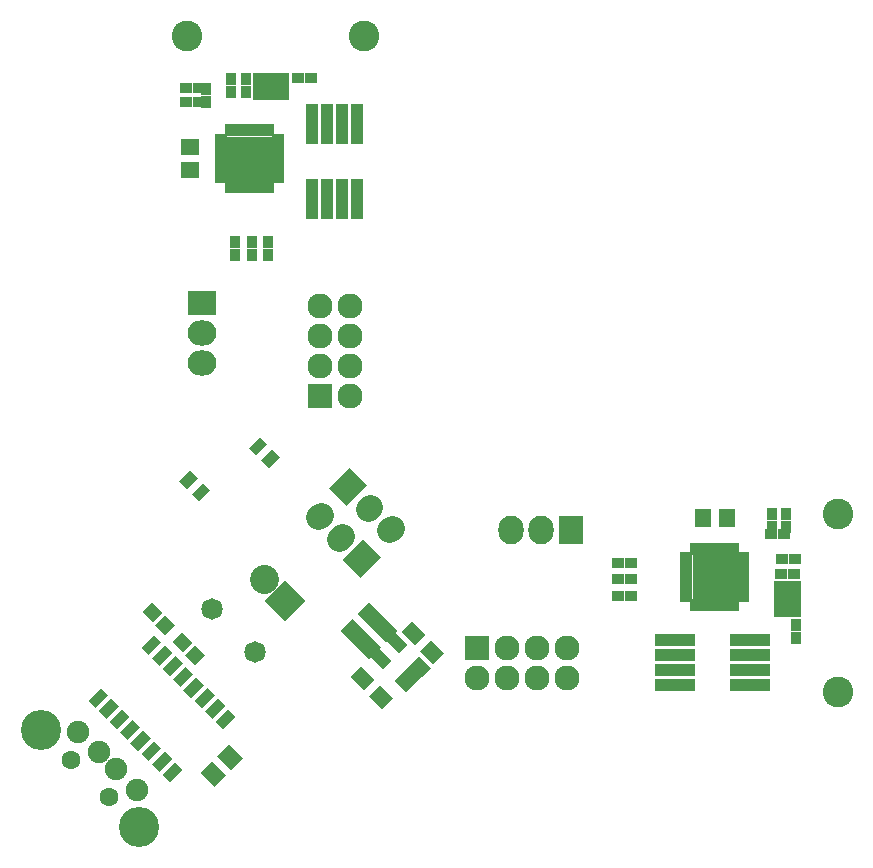
<source format=gts>
G04 #@! TF.FileFunction,Soldermask,Top*
%FSLAX46Y46*%
G04 Gerber Fmt 4.6, Leading zero omitted, Abs format (unit mm)*
G04 Created by KiCad (PCBNEW (2015-11-24 BZR 6329)-product) date Wed 28 Sep 2016 12:51:07 PM EDT*
%MOMM*%
G01*
G04 APERTURE LIST*
%ADD10C,0.100000*%
%ADD11R,2.127200X2.432000*%
%ADD12O,2.127200X2.432000*%
%ADD13R,1.200000X1.500000*%
%ADD14R,0.650000X1.100000*%
%ADD15R,1.100000X0.650000*%
%ADD16R,2.125000X2.125000*%
%ADD17R,1.000000X0.900000*%
%ADD18R,0.900000X1.000000*%
%ADD19R,1.400000X1.650000*%
%ADD20C,2.600000*%
%ADD21R,3.400000X1.000000*%
%ADD22R,2.127200X2.127200*%
%ADD23O,2.127200X2.127200*%
%ADD24C,1.822400*%
%ADD25C,2.432000*%
%ADD26C,1.901140*%
%ADD27C,3.399740*%
%ADD28C,1.600000*%
%ADD29R,1.000000X3.400000*%
%ADD30R,1.650000X1.400000*%
%ADD31R,1.500000X1.200000*%
%ADD32R,2.432000X2.127200*%
%ADD33O,2.432000X2.127200*%
%ADD34C,2.127200*%
G04 APERTURE END LIST*
D10*
G36*
X125752147Y-95050909D02*
X124832909Y-95970147D01*
X124196513Y-95333751D01*
X125115751Y-94414513D01*
X125752147Y-95050909D01*
X125752147Y-95050909D01*
G37*
G36*
X124691487Y-93990249D02*
X123772249Y-94909487D01*
X123135853Y-94273091D01*
X124055091Y-93353853D01*
X124691487Y-93990249D01*
X124691487Y-93990249D01*
G37*
G36*
X129035853Y-91473091D02*
X129955091Y-90553853D01*
X130591487Y-91190249D01*
X129672249Y-92109487D01*
X129035853Y-91473091D01*
X129035853Y-91473091D01*
G37*
G36*
X130096513Y-92533751D02*
X131015751Y-91614513D01*
X131652147Y-92250909D01*
X130732909Y-93170147D01*
X130096513Y-92533751D01*
X130096513Y-92533751D01*
G37*
D11*
X156273000Y-98403000D03*
D12*
X153733000Y-98403000D03*
X151193000Y-98403000D03*
D13*
X174073000Y-103503000D03*
X175173000Y-103503000D03*
X174073000Y-105003000D03*
X175173000Y-105003000D03*
D14*
X170223000Y-100003000D03*
X169723000Y-100003000D03*
X169223000Y-100003000D03*
X168723000Y-100003000D03*
X168223000Y-100003000D03*
X167723000Y-100003000D03*
X167223000Y-100003000D03*
X166723000Y-100003000D03*
D15*
X166073000Y-100653000D03*
X166073000Y-101153000D03*
X166073000Y-101653000D03*
X166073000Y-102153000D03*
X166073000Y-102653000D03*
X166073000Y-103153000D03*
X166073000Y-103653000D03*
X166073000Y-104153000D03*
D14*
X166723000Y-104803000D03*
X167223000Y-104803000D03*
X167723000Y-104803000D03*
X168223000Y-104803000D03*
X168723000Y-104803000D03*
X169223000Y-104803000D03*
X169723000Y-104803000D03*
X170223000Y-104803000D03*
D15*
X170873000Y-104153000D03*
X170873000Y-103653000D03*
X170873000Y-103153000D03*
X170873000Y-102653000D03*
X170873000Y-102153000D03*
X170873000Y-101653000D03*
X170873000Y-101153000D03*
X170873000Y-100653000D03*
D16*
X167610500Y-103265500D03*
X169335500Y-103265500D03*
X167610500Y-101540500D03*
X169335500Y-101540500D03*
D17*
X161423000Y-104003000D03*
X160323000Y-104003000D03*
X161423000Y-102603000D03*
X160323000Y-102603000D03*
X175233000Y-100843000D03*
X174133000Y-100843000D03*
X160323000Y-101203000D03*
X161423000Y-101203000D03*
D18*
X174503000Y-98133000D03*
X174503000Y-97033000D03*
D19*
X169483000Y-97393000D03*
X167483000Y-97393000D03*
D18*
X175323000Y-106503000D03*
X175323000Y-107603000D03*
D17*
X174123000Y-102103000D03*
X175223000Y-102103000D03*
D20*
X178873000Y-112103000D03*
X178873000Y-97103000D03*
D21*
X165098000Y-107698000D03*
X165098000Y-108968000D03*
X165098000Y-110238000D03*
X165098000Y-111508000D03*
X171448000Y-111508000D03*
X171448000Y-110238000D03*
X171448000Y-108968000D03*
X171448000Y-107698000D03*
D18*
X173313000Y-98133000D03*
X173313000Y-97033000D03*
D17*
X173243000Y-98773000D03*
X174343000Y-98773000D03*
D22*
X148373000Y-108403000D03*
D23*
X148373000Y-110943000D03*
X150913000Y-108403000D03*
X150913000Y-110943000D03*
X153453000Y-108403000D03*
X153453000Y-110943000D03*
X155993000Y-108403000D03*
X155993000Y-110943000D03*
D10*
G36*
X122773180Y-106466008D02*
X121960008Y-107279180D01*
X121111480Y-106430652D01*
X121924652Y-105617480D01*
X122773180Y-106466008D01*
X122773180Y-106466008D01*
G37*
G36*
X121712520Y-105405348D02*
X120899348Y-106218520D01*
X120050820Y-105369992D01*
X120863992Y-104556820D01*
X121712520Y-105405348D01*
X121712520Y-105405348D01*
G37*
G36*
X122590820Y-107909992D02*
X123403992Y-107096820D01*
X124252520Y-107945348D01*
X123439348Y-108758520D01*
X122590820Y-107909992D01*
X122590820Y-107909992D01*
G37*
G36*
X123651480Y-108970652D02*
X124464652Y-108157480D01*
X125313180Y-109006008D01*
X124500008Y-109819180D01*
X123651480Y-108970652D01*
X123651480Y-108970652D01*
G37*
D24*
X129540000Y-108712000D03*
X125947898Y-105119898D03*
D10*
G36*
X123430585Y-118701648D02*
X122339520Y-119792713D01*
X121697467Y-119150660D01*
X122788532Y-118059595D01*
X123430585Y-118701648D01*
X123430585Y-118701648D01*
G37*
G36*
X121634533Y-116905596D02*
X120543468Y-117996661D01*
X119901415Y-117354608D01*
X120992480Y-116263543D01*
X121634533Y-116905596D01*
X121634533Y-116905596D01*
G37*
G36*
X120736508Y-116007571D02*
X119645443Y-117098636D01*
X119003390Y-116456583D01*
X120094455Y-115365518D01*
X120736508Y-116007571D01*
X120736508Y-116007571D01*
G37*
G36*
X119838482Y-115109545D02*
X118747417Y-116200610D01*
X118105364Y-115558557D01*
X119196429Y-114467492D01*
X119838482Y-115109545D01*
X119838482Y-115109545D01*
G37*
G36*
X118940457Y-114211520D02*
X117849392Y-115302585D01*
X117207339Y-114660532D01*
X118298404Y-113569467D01*
X118940457Y-114211520D01*
X118940457Y-114211520D01*
G37*
G36*
X118042431Y-113313494D02*
X116951366Y-114404559D01*
X116309313Y-113762506D01*
X117400378Y-112671441D01*
X118042431Y-113313494D01*
X118042431Y-113313494D01*
G37*
G36*
X117144405Y-112415468D02*
X116053340Y-113506533D01*
X115411287Y-112864480D01*
X116502352Y-111773415D01*
X117144405Y-112415468D01*
X117144405Y-112415468D01*
G37*
G36*
X121634533Y-107925340D02*
X120543468Y-109016405D01*
X119901415Y-108374352D01*
X120992480Y-107283287D01*
X121634533Y-107925340D01*
X121634533Y-107925340D01*
G37*
G36*
X122532559Y-108823366D02*
X121441494Y-109914431D01*
X120799441Y-109272378D01*
X121890506Y-108181313D01*
X122532559Y-108823366D01*
X122532559Y-108823366D01*
G37*
G36*
X123430585Y-109721392D02*
X122339520Y-110812457D01*
X121697467Y-110170404D01*
X122788532Y-109079339D01*
X123430585Y-109721392D01*
X123430585Y-109721392D01*
G37*
G36*
X124328610Y-110619417D02*
X123237545Y-111710482D01*
X122595492Y-111068429D01*
X123686557Y-109977364D01*
X124328610Y-110619417D01*
X124328610Y-110619417D01*
G37*
G36*
X125226636Y-111517443D02*
X124135571Y-112608508D01*
X123493518Y-111966455D01*
X124584583Y-110875390D01*
X125226636Y-111517443D01*
X125226636Y-111517443D01*
G37*
G36*
X126124661Y-112415468D02*
X125033596Y-113506533D01*
X124391543Y-112864480D01*
X125482608Y-111773415D01*
X126124661Y-112415468D01*
X126124661Y-112415468D01*
G37*
G36*
X127022687Y-113313494D02*
X125931622Y-114404559D01*
X125289569Y-113762506D01*
X126380634Y-112671441D01*
X127022687Y-113313494D01*
X127022687Y-113313494D01*
G37*
G36*
X127920713Y-114211520D02*
X126829648Y-115302585D01*
X126187595Y-114660532D01*
X127278660Y-113569467D01*
X127920713Y-114211520D01*
X127920713Y-114211520D01*
G37*
G36*
X122532559Y-117803622D02*
X121441494Y-118894687D01*
X120799441Y-118252634D01*
X121890506Y-117161569D01*
X122532559Y-117803622D01*
X122532559Y-117803622D01*
G37*
G36*
X126127281Y-120149445D02*
X124960555Y-118982719D01*
X125950505Y-117992769D01*
X127117231Y-119159495D01*
X126127281Y-120149445D01*
X126127281Y-120149445D01*
G37*
G36*
X127541495Y-118735231D02*
X126374769Y-117568505D01*
X127364719Y-116578555D01*
X128531445Y-117745281D01*
X127541495Y-118735231D01*
X127541495Y-118735231D01*
G37*
G36*
X142375545Y-112168098D02*
X141385058Y-111177611D01*
X142092165Y-110470504D01*
X143082652Y-111460991D01*
X142375545Y-112168098D01*
X142375545Y-112168098D01*
G37*
G36*
X143047268Y-111496375D02*
X142056781Y-110505888D01*
X142763888Y-109798781D01*
X143754375Y-110789268D01*
X143047268Y-111496375D01*
X143047268Y-111496375D01*
G37*
G36*
X143718991Y-110824652D02*
X142728504Y-109834165D01*
X143435611Y-109127058D01*
X144426098Y-110117545D01*
X143718991Y-110824652D01*
X143718991Y-110824652D01*
G37*
G36*
X141738753Y-108844414D02*
X140748266Y-107853927D01*
X141455373Y-107146820D01*
X142445860Y-108137307D01*
X141738753Y-108844414D01*
X141738753Y-108844414D01*
G37*
G36*
X140395307Y-110187860D02*
X139404820Y-109197373D01*
X140111927Y-108490266D01*
X141102414Y-109480753D01*
X140395307Y-110187860D01*
X140395307Y-110187860D01*
G37*
G36*
X139192000Y-109338163D02*
X136787837Y-106934000D01*
X137777786Y-105944051D01*
X140181949Y-108348214D01*
X139192000Y-109338163D01*
X139192000Y-109338163D01*
G37*
G36*
X140606214Y-107923949D02*
X138202051Y-105519786D01*
X139192000Y-104529837D01*
X141596163Y-106934000D01*
X140606214Y-107923949D01*
X140606214Y-107923949D01*
G37*
G36*
X133799684Y-104394000D02*
X132080000Y-106113684D01*
X130360316Y-104394000D01*
X132080000Y-102674316D01*
X133799684Y-104394000D01*
X133799684Y-104394000D01*
G37*
D25*
X130283949Y-102597949D02*
X130283949Y-102597949D01*
D10*
G36*
X141960878Y-107066117D02*
X142880117Y-106146878D01*
X144011488Y-107278249D01*
X143092249Y-108197488D01*
X141960878Y-107066117D01*
X141960878Y-107066117D01*
G37*
G36*
X143516512Y-108621751D02*
X144435751Y-107702512D01*
X145567122Y-108833883D01*
X144647883Y-109753122D01*
X143516512Y-108621751D01*
X143516512Y-108621751D01*
G37*
G36*
X137642878Y-110876117D02*
X138562117Y-109956878D01*
X139693488Y-111088249D01*
X138774249Y-112007488D01*
X137642878Y-110876117D01*
X137642878Y-110876117D01*
G37*
G36*
X139198512Y-112431751D02*
X140117751Y-111512512D01*
X141249122Y-112643883D01*
X140329883Y-113563122D01*
X139198512Y-112431751D01*
X139198512Y-112431751D01*
G37*
D26*
X114570746Y-115489049D03*
X116338513Y-117256816D03*
X117759797Y-118678100D03*
X119520493Y-120438796D03*
D27*
X111424120Y-115312272D03*
X119697270Y-123585421D03*
D28*
X113969705Y-117857856D03*
X117151685Y-121039837D03*
D22*
X135073000Y-87085000D03*
D23*
X137613000Y-87085000D03*
X135073000Y-84545000D03*
X137613000Y-84545000D03*
X135073000Y-82005000D03*
X137613000Y-82005000D03*
X135073000Y-79465000D03*
X137613000Y-79465000D03*
D18*
X125443000Y-62215000D03*
X125443000Y-61115000D03*
D17*
X124803000Y-62145000D03*
X123703000Y-62145000D03*
D29*
X134368000Y-70360000D03*
X135638000Y-70360000D03*
X136908000Y-70360000D03*
X138178000Y-70360000D03*
X138178000Y-64010000D03*
X136908000Y-64010000D03*
X135638000Y-64010000D03*
X134368000Y-64010000D03*
D20*
X123773000Y-56585000D03*
X138773000Y-56585000D03*
D18*
X128773000Y-61335000D03*
X128773000Y-60235000D03*
D17*
X133173000Y-60135000D03*
X134273000Y-60135000D03*
D30*
X124063000Y-65975000D03*
X124063000Y-67975000D03*
D17*
X124803000Y-60955000D03*
X123703000Y-60955000D03*
D18*
X127873000Y-75135000D03*
X127873000Y-74035000D03*
X127513000Y-60225000D03*
X127513000Y-61325000D03*
X129273000Y-74035000D03*
X129273000Y-75135000D03*
X130673000Y-74035000D03*
X130673000Y-75135000D03*
D15*
X126673000Y-65235000D03*
X126673000Y-65735000D03*
X126673000Y-66235000D03*
X126673000Y-66735000D03*
X126673000Y-67235000D03*
X126673000Y-67735000D03*
X126673000Y-68235000D03*
X126673000Y-68735000D03*
D14*
X127323000Y-69385000D03*
X127823000Y-69385000D03*
X128323000Y-69385000D03*
X128823000Y-69385000D03*
X129323000Y-69385000D03*
X129823000Y-69385000D03*
X130323000Y-69385000D03*
X130823000Y-69385000D03*
D15*
X131473000Y-68735000D03*
X131473000Y-68235000D03*
X131473000Y-67735000D03*
X131473000Y-67235000D03*
X131473000Y-66735000D03*
X131473000Y-66235000D03*
X131473000Y-65735000D03*
X131473000Y-65235000D03*
D14*
X130823000Y-64585000D03*
X130323000Y-64585000D03*
X129823000Y-64585000D03*
X129323000Y-64585000D03*
X128823000Y-64585000D03*
X128323000Y-64585000D03*
X127823000Y-64585000D03*
X127323000Y-64585000D03*
D16*
X129935500Y-67847500D03*
X129935500Y-66122500D03*
X128210500Y-67847500D03*
X128210500Y-66122500D03*
D31*
X130173000Y-61385000D03*
X130173000Y-60285000D03*
X131673000Y-61385000D03*
X131673000Y-60285000D03*
D32*
X125073000Y-79185000D03*
D33*
X125073000Y-81725000D03*
X125073000Y-84265000D03*
D10*
G36*
X140195921Y-100724237D02*
X138476237Y-102443921D01*
X136972079Y-100939763D01*
X138691763Y-99220079D01*
X140195921Y-100724237D01*
X140195921Y-100724237D01*
G37*
D34*
X136680186Y-99143712D02*
X136895712Y-98928186D01*
X134884135Y-97347661D02*
X135099661Y-97132135D01*
D10*
G36*
X135802079Y-94849763D02*
X137521763Y-93130079D01*
X139025921Y-94634237D01*
X137306237Y-96353921D01*
X135802079Y-94849763D01*
X135802079Y-94849763D01*
G37*
D34*
X139317814Y-96430288D02*
X139102288Y-96645814D01*
X141113865Y-98226339D02*
X140898339Y-98441865D01*
M02*

</source>
